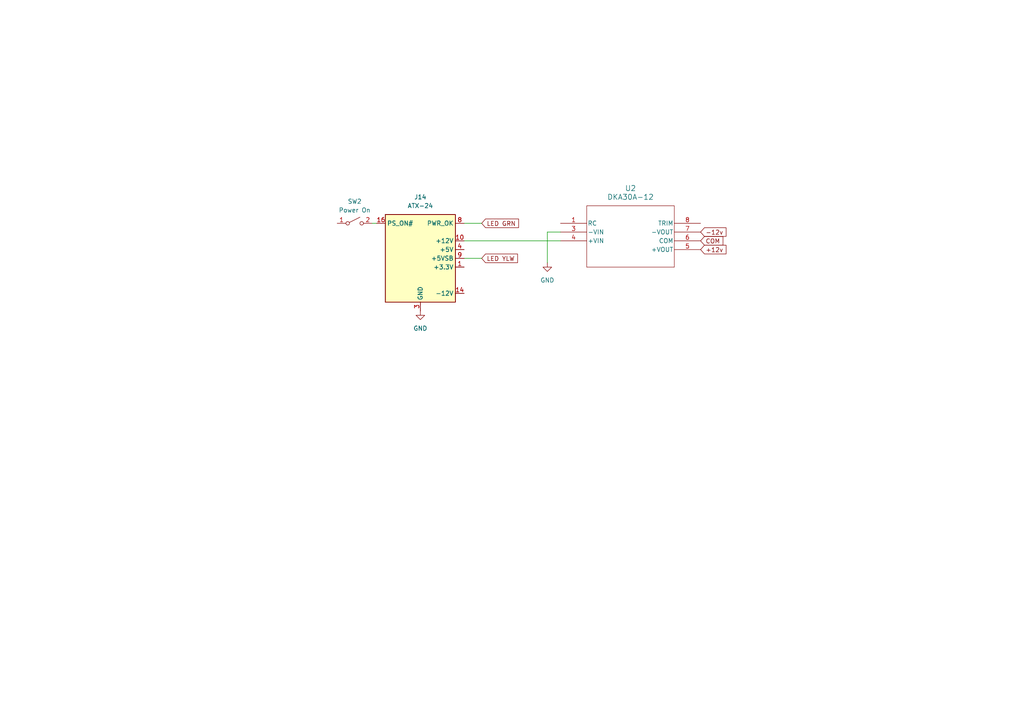
<source format=kicad_sch>
(kicad_sch (version 20231120) (generator "eeschema") (generator_version "8.0")
  (paper "A4")
  (title_block (title "Audio Thing Template") (rev "1.0") (company "velvia-fifty") (comment 1 "https://github.com/velvia-fifty/AudioThings") (comment 2 "You should have changed this already :)") (comment 4 "Stay humble"))
  (lib_symbols
    (symbol "AT-Symbols:DKA30A-12" (pin_names (offset 0.254))
      (property "Reference" "U" (at 20.32 10.16 0))
      (property "Value" "DKA30A-12" (at 20.32 7.62 0))
      (symbol "DKA30A-12_0_1"
        (polyline (pts (xy 7.62 -12.7) (xy 33.02 -12.7)) (stroke (width 0.127)))
        (polyline (pts (xy 7.62 5.08) (xy 7.62 -12.7)) (stroke (width 0.127)))
        (polyline (pts (xy 33.02 -12.7) (xy 33.02 5.08)) (stroke (width 0.127)))
        (polyline (pts (xy 33.02 5.08) (xy 7.62 5.08)) (stroke (width 0.127)))
        (pin unspecified line (at 0 0 0) (length 7.62) (name "RC") (number "1"))
        (pin power_in line (at 0 -2.54 0) (length 7.62) (name "-VIN") (number "3"))
        (pin power_in line (at 0 -5.08 0) (length 7.62) (name "+VIN") (number "4"))
        (pin output line (at 40.64 -7.62 180) (length 7.62) (name "+VOUT") (number "5"))
        (pin unspecified line (at 40.64 -5.08 180) (length 7.62) (name "COM") (number "6"))
        (pin output line (at 40.64 -2.54 180) (length 7.62) (name "-VOUT") (number "7"))
        (pin unspecified line (at 40.64 0 180) (length 7.62) (name "TRIM") (number "8"))
      )
    )
    (symbol "Connector:ATX-24"
      (property "Reference" "J" (at -8.89 13.97 0))
      (property "Value" "ATX-24" (at 6.35 13.97 0))
      (symbol "ATX-24_0_1"
        (rectangle (start -10.16 12.7) (end 10.16 -12.7) (stroke (width 0.254)) (fill (type background)))
      )
      (symbol "ATX-24_1_1"
        (pin power_out line (at 12.7 -2.54 180) (length 2.54) (name "+3.3V") (number "1"))
        (pin power_out line (at 12.7 5.08 180) (length 2.54) (name "+12V") (number "10"))
        (pin passive line (at 12.7 5.08 180) (length 2.54) hide (name "+12V") (number "11"))
        (pin passive line (at 12.7 -2.54 180) (length 2.54) hide (name "+3.3V") (number "12"))
        (pin passive line (at 12.7 -2.54 180) (length 2.54) hide (name "+3.3V") (number "13"))
        (pin power_out line (at 12.7 -10.16 180) (length 2.54) (name "-12V") (number "14"))
        (pin passive line (at 0 -15.24 90) (length 2.54) hide (name "GND") (number "15"))
        (pin open_collector line (at -12.7 10.16 0) (length 2.54) (name "PS_ON#") (number "16"))
        (pin passive line (at 0 -15.24 90) (length 2.54) hide (name "GND") (number "17"))
        (pin passive line (at 0 -15.24 90) (length 2.54) hide (name "GND") (number "18"))
        (pin passive line (at 0 -15.24 90) (length 2.54) hide (name "GND") (number "19"))
        (pin passive line (at 12.7 -2.54 180) (length 2.54) hide (name "+3.3V") (number "2"))
        (pin no_connect line (at -10.16 0 0) (length 2.54) hide (name "NC") (number "20"))
        (pin passive line (at 12.7 2.54 180) (length 2.54) hide (name "+5V") (number "21"))
        (pin passive line (at 12.7 2.54 180) (length 2.54) hide (name "+5V") (number "22"))
        (pin passive line (at 12.7 2.54 180) (length 2.54) hide (name "+5V") (number "23"))
        (pin passive line (at 0 -15.24 90) (length 2.54) hide (name "GND") (number "24"))
        (pin power_out line (at 0 -15.24 90) (length 2.54) (name "GND") (number "3"))
        (pin power_out line (at 12.7 2.54 180) (length 2.54) (name "+5V") (number "4"))
        (pin passive line (at 0 -15.24 90) (length 2.54) hide (name "GND") (number "5"))
        (pin passive line (at 12.7 2.54 180) (length 2.54) hide (name "+5V") (number "6"))
        (pin passive line (at 0 -15.24 90) (length 2.54) hide (name "GND") (number "7"))
        (pin output line (at 12.7 10.16 180) (length 2.54) (name "PWR_OK") (number "8"))
        (pin power_out line (at 12.7 0 180) (length 2.54) (name "+5VSB") (number "9"))
      )
    )
    (symbol "Switch:SW_SPST" (pin_names (offset 0) hide)
      (property "Reference" "SW" (at 0 3.175 0))
      (property "Value" "SW_SPST" (at 0 -2.54 0))
      (symbol "SW_SPST_0_0"
        (circle (center -2.032 0) (radius 0.508))
        (polyline (pts (xy -1.524 0.254) (xy 1.524 1.778)))
        (circle (center 2.032 0) (radius 0.508))
      )
      (symbol "SW_SPST_1_1"
        (pin passive line (at -5.08 0 0) (length 2.54) (name "A") (number "1"))
        (pin passive line (at 5.08 0 180) (length 2.54) (name "B") (number "2"))
      )
    )
    (symbol "power:GND" (power) (pin_numbers hide) (pin_names (offset 0) hide)
      (property "Value" "GND" (at 0 -3.81 0))
      (symbol "GND_0_1"
        (polyline (pts (xy 0 0) (xy 0 -1.27) (xy 1.27 -1.27) (xy 0 -2.54) (xy -1.27 -1.27) (xy 0 -1.27)))
      )
      (symbol "GND_1_1"
        (pin power_in line (at 0 0 270) (length 0) (name "~") (number "1"))
      )
    )
  )
  (wire (pts (xy 158.75 76.2) (xy 158.75 67.31)))
  (wire (pts (xy 139.7 74.93) (xy 134.62 74.93)))
  (wire (pts (xy 134.62 64.77) (xy 139.7 64.77)))
  (wire (pts (xy 107.95 64.77) (xy 109.22 64.77)))
  (wire (pts (xy 134.62 69.85) (xy 162.56 69.85)))
  (wire (pts (xy 158.75 67.31) (xy 162.56 67.31)))
  (global_label "LED GRN" (shape input) (at 139.7 64.77 0) (property "Intersheetrefs" "${INTERSHEET_REFS}" (effects (hide yes))))
  (global_label "COM" (shape input) (at 203.2 69.85 0) (property "Intersheetrefs" "${INTERSHEET_REFS}" (effects (hide yes))))
  (global_label "+12v" (shape input) (at 203.2 72.39 0) (property "Intersheetrefs" "${INTERSHEET_REFS}" (effects (hide yes))))
  (global_label "-12v" (shape input) (at 203.2 67.31 0) (property "Intersheetrefs" "${INTERSHEET_REFS}" (effects (hide yes))))
  (global_label "LED YLW" (shape input) (at 139.7 74.93 0) (property "Intersheetrefs" "${INTERSHEET_REFS}" (effects (hide yes))))
  (symbol (lib_id "Connector:ATX-24") (at 121.92 74.93 0) (unit 1)
    (property "Reference" "J14" (at 121.92 57.15 0))
    (property "Value" "ATX-24" (at 121.92 59.69 0))
    (property "Footprint" "ATX:ATX_24_RIGHT_ANGLE_MOLEX_469911024" (effects (hide yes)))
    (property "Datasheet" "https://www.intel.com/content/dam/www/public/us/en/documents/guides/power-supply-design-guide-june.pdf#page=33" (effects (hide yes)))
    (property "Description" "ATX Power supply 24pins" (effects (hide yes)))
  )
  (symbol (lib_id "Switch:SW_SPST") (at 102.87 64.77 0) (unit 1)
    (property "Reference" "SW2" (at 102.87 58.42 0))
    (property "Value" "Power On" (at 102.87 60.96 0))
    (property "Footprint" "AT-Footprints:DPDT Micro SW_1825138-7" (effects (hide yes)))
    (property "Description" "Single Pole Single Throw (SPST) switch" (effects (hide yes)))
  )
  (symbol (lib_id "power:GND") (at 121.92 90.17 0) (unit 1)
    (property "Reference" "#PWR026" (effects (hide yes)))
    (property "Value" "GND" (at 121.92 95.25 0))
    (property "Description" "Power symbol creates a global label with name \"GND\" , ground" (effects (hide yes)))
  )
  (symbol (lib_id "AT-Symbols:DKA30A-12") (at 162.56 64.77 0) (unit 1)
    (property "Reference" "U2" (at 182.88 54.61 0) (effects (font (size 1.524 1.524))))
    (property "Value" "DKA30A-12" (at 182.88 57.15 0) (effects (font (size 1.524 1.524))))
    (property "Footprint" "AT-Footprints:DKA30_MWU" (effects (hide yes)))
    (property "Datasheet" "DKA30A-12" (effects (hide yes)))
  )
  (symbol (lib_id "power:GND") (at 158.75 76.2 0) (unit 1)
    (property "Reference" "#PWR027" (effects (hide yes)))
    (property "Value" "GND" (at 158.75 81.28 0))
    (property "Description" "Power symbol creates a global label with name \"GND\" , ground" (effects (hide yes)))
  )
)
</source>
